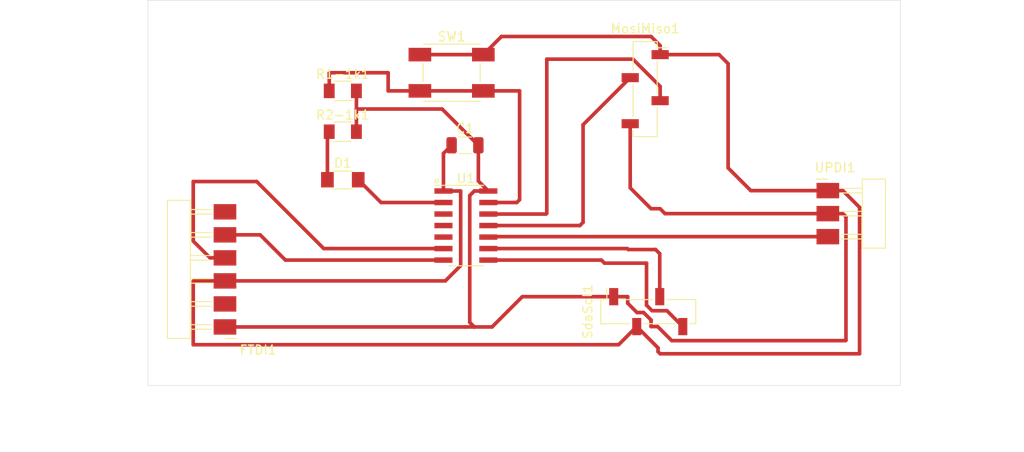
<source format=kicad_pcb>
(kicad_pcb (version 20240108) (generator "pcbnew") (generator_version "8.0")
  (layers (0 "F.Cu" signal) (31 "B.Cu" signal) (34 "B.Paste" user) (35 "F.Paste" user) (36 "B.SilkS" user "B.Silkscreen") (37 "F.SilkS" user "F.Silkscreen") (38 "B.Mask" user) (39 "F.Mask" user) (44 "Edge.Cuts" user))
  (net 0 "")
  (net 1 "VCC")
  (net 2 "GND")
  (net 3 "Net-(D1-K)")
  (net 4 "02")
  (net 5 "06 RX")
  (net 8 "07 TX")
  (net 9 "13")
  (net 10 "09scl")
  (net 11 "08sda")
  (net 12 "12miso")
  (net 13 "03")
  (net 14 "11mosi")
  (net 15 "05")
  (net 16 "04")
  (net 17 "10 updi")
  (footprint "fabp:PinHeader_01x06_P2.54mm_Horizontal_SMD" (layer "F.Cu") (at 155 135.54 180)
    (property "Reference" "FTDI1" (at -1.524 -2.54 0) (layer "F.SilkS") (effects (justify left)))
    (property "Value" "Conn_PinHeader_FTDI_1x06_P2.54mm_Horizontal_SMD(FTDI)")
    (fp_line (start 6.35 13.97) (end 3.81 13.97) (stroke (width 0.12)) (layer "F.SilkS"))
    (fp_line (start 6.35 -1.27) (end 6.35 13.97) (stroke (width 0.12)) (layer "F.SilkS"))
    (fp_line (start 3.81 13.97) (end 3.81 -1.27) (stroke (width 0.12)) (layer "F.SilkS"))
    (fp_line (start 3.81 12.954) (end 1.5 12.954) (stroke (width 0.12)) (layer "F.SilkS"))
    (fp_line (start 3.81 12.446) (end 1.5 12.446) (stroke (width 0.12)) (layer "F.SilkS"))
    (fp_line (start 3.81 10.414) (end 1.5 10.414) (stroke (width 0.12)) (layer "F.SilkS"))
    (fp_line (start 3.81 9.906) (end 1.5 9.906) (stroke (width 0.12)) (layer "F.SilkS"))
    (fp_line (start 3.81 7.874) (end 1.5 7.874) (stroke (width 0.12)) (layer "F.SilkS"))
    (fp_line (start 3.81 7.366) (end 1.5 7.366) (stroke (width 0.12)) (layer "F.SilkS"))
    (fp_line (start 3.81 5.334) (end 1.5 5.334) (stroke (width 0.12)) (layer "F.SilkS"))
    (fp_line (start 3.81 4.826) (end 1.5 4.826) (stroke (width 0.12)) (layer "F.SilkS"))
    (fp_line (start 3.81 2.794) (end 1.5 2.794) (stroke (width 0.12)) (layer "F.SilkS"))
    (fp_line (start 3.81 2.286) (end 1.5 2.286) (stroke (width 0.12)) (layer "F.SilkS"))
    (fp_line (start 3.81 0.254) (end 1.5 0.254) (stroke (width 0.12)) (layer "F.SilkS"))
    (fp_line (start 3.81 -0.254) (end 1.5 -0.254) (stroke (width 0.12)) (layer "F.SilkS"))
    (fp_line (start 3.81 -1.27) (end 6.35 -1.27) (stroke (width 0.12)) (layer "F.SilkS"))
    (fp_line (start -1.27 -1.27) (end 0 -1.27) (stroke (width 0.12)) (layer "F.SilkS"))
    (pad "1" smd rect (at 0 0 180) (size 2.5 1.7) (layers "F.Cu" "F.Paste" "F.Mask") (net 2 "GND"))
    (pad "2" smd rect (at 0 2.54 180) (size 2.5 1.7) (layers "F.Cu" "F.Paste" "F.Mask"))
    (pad "3" smd rect (at 0 5.08 180) (size 2.5 1.7) (layers "F.Cu" "F.Paste" "F.Mask") (net 1 "VCC"))
    (pad "4" smd rect (at 0 7.62 180) (size 2.5 1.7) (layers "F.Cu" "F.Paste" "F.Mask") (net 5 "06 RX"))
    (pad "5" smd rect (at 0 10.16 180) (size 2.5 1.7) (layers "F.Cu" "F.Paste" "F.Mask") (net 8 "07 TX"))
    (pad "6" smd rect (at 0 12.7 180) (size 2.5 1.7) (layers "F.Cu" "F.Paste" "F.Mask"))
  )
  (footprint "Connector_PinSocket_2.54mm:PinSocket_1x04_P2.54mm_Vertical_SMD_Pin1Right" (layer "F.Cu") (at 201.69 133.85 90)
    (property "Reference" "SdaScl1" (at 0 -6.68 90) (layer "F.SilkS"))
    (property "Value" "PinSocket_01x04_P2.54mm_Vertical_SMD")
    (fp_line (start 1.33 -5.24) (end 1.33 -4.57) (stroke (width 0.12)) (layer "F.SilkS"))
    (fp_line (start -1.33 -5.24) (end 1.33 -5.24) (stroke (width 0.12)) (layer "F.SilkS"))
    (fp_line (start -1.33 -5.24) (end -1.33 -2.03) (stroke (width 0.12)) (layer "F.SilkS"))
    (fp_line (start 1.33 -4.57) (end 2.54 -4.57) (stroke (width 0.12)) (layer "F.SilkS"))
    (fp_line (start 1.33 -3.05) (end 1.33 0.51) (stroke (width 0.12)) (layer "F.SilkS"))
    (fp_line (start -1.33 -0.51) (end -1.33 3.05) (stroke (width 0.12)) (layer "F.SilkS"))
    (fp_line (start 1.33 2.03) (end 1.33 5.24) (stroke (width 0.12)) (layer "F.SilkS"))
    (fp_line (start -1.33 4.57) (end -1.33 5.24) (stroke (width 0.12)) (layer "F.SilkS"))
    (fp_line (start -1.33 5.24) (end 1.33 5.24) (stroke (width 0.12)) (layer "F.SilkS"))
    (pad "1" smd rect (at 1.65 -3.81 90) (size 1.9 1) (layers "F.Cu" "F.Paste" "F.Mask") (net 2 "GND"))
    (pad "2" smd rect (at -1.65 -1.27 90) (size 1.9 1) (layers "F.Cu" "F.Paste" "F.Mask") (net 1 "VCC"))
    (pad "3" smd rect (at 1.65 1.27 90) (size 1.9 1) (layers "F.Cu" "F.Paste" "F.Mask") (net 10 "09scl"))
    (pad "4" smd rect (at -1.65 3.81 90) (size 1.9 1) (layers "F.Cu" "F.Paste" "F.Mask") (net 11 "08sda"))
  )
  (footprint "fabp:PinHeader_01x03_P2.54mm_Horizontal_SMD" (layer "F.Cu") (at 221.5 120.5)
    (property "Reference" "UPDI1" (at -1.524 -2.54 180) (layer "F.SilkS") (effects (justify left)))
    (property "Value" "PinHeader_01x03_P2.54mm_Horizontal_SMD(UPDI)")
    (fp_line (start -1.27 -1.27) (end 0 -1.27) (stroke (width 0.12)) (layer "F.SilkS"))
    (fp_line (start 3.81 -1.27) (end 6.35 -1.27) (stroke (width 0.12)) (layer "F.SilkS"))
    (fp_line (start 3.81 -0.254) (end 1.5 -0.254) (stroke (width 0.12)) (layer "F.SilkS"))
    (fp_line (start 3.81 0.254) (end 1.5 0.254) (stroke (width 0.12)) (layer "F.SilkS"))
    (fp_line (start 3.81 2.286) (end 1.5 2.286) (stroke (width 0.12)) (layer "F.SilkS"))
    (fp_line (start 3.81 2.794) (end 1.5 2.794) (stroke (width 0.12)) (layer "F.SilkS"))
    (fp_line (start 3.81 4.826) (end 1.5 4.826) (stroke (width 0.12)) (layer "F.SilkS"))
    (fp_line (start 3.81 5.334) (end 1.5 5.334) (stroke (width 0.12)) (layer "F.SilkS"))
    (fp_line (start 3.81 6.35) (end 3.81 -1.27) (stroke (width 0.12)) (layer "F.SilkS"))
    (fp_line (start 6.35 -1.27) (end 6.35 6.35) (stroke (width 0.12)) (layer "F.SilkS"))
    (fp_line (start 6.35 6.35) (end 3.81 6.35) (stroke (width 0.12)) (layer "F.SilkS"))
    (pad "1" smd rect (at 0 0) (size 2.5 1.7) (layers "F.Cu" "F.Paste" "F.Mask") (net 1 "VCC"))
    (pad "2" smd rect (at 0 2.54) (size 2.5 1.7) (layers "F.Cu" "F.Paste" "F.Mask") (net 2 "GND"))
    (pad "3" smd rect (at 0 5.08) (size 2.5 1.7) (layers "F.Cu" "F.Paste" "F.Mask") (net 17 "10 updi"))
  )
  (footprint "fabp:R_1206" (layer "F.Cu") (at 168 109.5)
    (property "Reference" "R1-1k1" (at 0 -1.85 0) (layer "F.SilkS"))
    (property "Value" "R_1206")
    (fp_line (start -1 -1.07) (end 1 -1.07) (stroke (width 0.12)) (layer "F.SilkS"))
    (fp_line (start 1 1.07) (end -1 1.07) (stroke (width 0.12)) (layer "F.SilkS"))
    (pad "1" smd rect (at -1.5 0) (size 1.2 1.6) (layers "F.Cu" "F.Paste" "F.Mask") (net 9 "13"))
    (pad "2" smd rect (at 1.5 0) (size 1.2 1.6) (layers "F.Cu" "F.Paste" "F.Mask") (net 2 "GND"))
  )
  (footprint "fabp:SOIC-14_3.9x8.7mm_P1.27mm" (layer "F.Cu") (at 181.575 124.355)
    (property "Reference" "U1" (at 0 -5.2 0) (layer "F.SilkS"))
    (property "Value" "Microcontroller_ATtiny1614-SSFR" (hide yes))
    (fp_line (start 0 -4.435) (end -3.45 -4.435) (stroke (width 0.12)) (layer "F.SilkS"))
    (fp_line (start 0 -4.435) (end 1.95 -4.435) (stroke (width 0.12)) (layer "F.SilkS"))
    (fp_line (start 0 4.435) (end -1.95 4.435) (stroke (width 0.12)) (layer "F.SilkS"))
    (fp_line (start 0 4.435) (end 1.95 4.435) (stroke (width 0.12)) (layer "F.SilkS"))
    (fp_circle (center -3.2 -4.9) (end -3.2 -4.7) (stroke (width 0.12)) (fill none) (layer "F.SilkS"))
    (pad "1" smd rect (at -2.475 -3.81) (size 2 0.6) (layers "F.Cu" "F.Paste" "F.Mask") (net 1 "VCC"))
    (pad "2" smd rect (at -2.475 -2.54) (size 2 0.6) (layers "F.Cu" "F.Paste" "F.Mask") (net 4 "02"))
    (pad "3" smd rect (at -2.475 -1.27) (size 2 0.6) (layers "F.Cu" "F.Paste" "F.Mask") (net 13 "03"))
    (pad "4" smd rect (at -2.475 0) (size 2 0.6) (layers "F.Cu" "F.Paste" "F.Mask") (net 16 "04"))
    (pad "5" smd rect (at -2.475 1.27) (size 2 0.6) (layers "F.Cu" "F.Paste" "F.Mask") (net 15 "05"))
    (pad "6" smd rect (at -2.475 2.54) (size 2 0.6) (layers "F.Cu" "F.Paste" "F.Mask") (net 5 "06 RX"))
    (pad "7" smd rect (at -2.475 3.81) (size 2 0.6) (layers "F.Cu" "F.Paste" "F.Mask") (net 8 "07 TX"))
    (pad "8" smd rect (at 2.475 3.81) (size 2 0.6) (layers "F.Cu" "F.Paste" "F.Mask") (net 11 "08sda"))
    (pad "9" smd rect (at 2.475 2.54) (size 2 0.6) (layers "F.Cu" "F.Paste" "F.Mask") (net 10 "09scl"))
    (pad "10" smd rect (at 2.475 1.27) (size 2 0.6) (layers "F.Cu" "F.Paste" "F.Mask") (net 17 "10 updi"))
    (pad "11" smd rect (at 2.475 0) (size 2 0.6) (layers "F.Cu" "F.Paste" "F.Mask") (net 14 "11mosi"))
    (pad "12" smd rect (at 2.475 -1.27) (size 2 0.6) (layers "F.Cu" "F.Paste" "F.Mask") (net 12 "12miso"))
    (pad "13" smd rect (at 2.475 -2.54) (size 2 0.6) (layers "F.Cu" "F.Paste" "F.Mask") (net 9 "13"))
    (pad "14" smd rect (at 2.475 -3.81) (size 2 0.6) (layers "F.Cu" "F.Paste" "F.Mask") (net 2 "GND"))
  )
  (footprint "Capacitor_SMD:C_1206_3216Metric" (layer "F.Cu") (at 181.475 115.5)
    (property "Reference" "C1" (at 0 -1.85 0) (layer "F.SilkS"))
    (property "Value" "C_1206")
    (fp_line (start -0.711252 -0.91) (end 0.711252 -0.91) (stroke (width 0.12)) (layer "F.SilkS"))
    (fp_line (start -0.711252 0.91) (end 0.711252 0.91) (stroke (width 0.12)) (layer "F.SilkS"))
    (pad "1" smd roundrect (at -1.475 0) (size 1.15 1.8) (layers "F.Cu" "F.Paste" "F.Mask") (roundrect_rratio 0.217391) (net 1 "VCC"))
    (pad "2" smd roundrect (at 1.475 0) (size 1.15 1.8) (layers "F.Cu" "F.Paste" "F.Mask") (roundrect_rratio 0.217391) (net 2 "GND"))
  )
  (footprint "fabp:R_1206" (layer "F.Cu") (at 168 114)
    (property "Reference" "R2-1k1" (at 0 -1.85 0) (layer "F.SilkS"))
    (property "Value" "R_1206")
    (fp_line (start -1 -1.07) (end 1 -1.07) (stroke (width 0.12)) (layer "F.SilkS"))
    (fp_line (start 1 1.07) (end -1 1.07) (stroke (width 0.12)) (layer "F.SilkS"))
    (pad "1" smd rect (at -1.5 0) (size 1.2 1.6) (layers "F.Cu" "F.Paste" "F.Mask") (net 3 "Net-(D1-K)"))
    (pad "2" smd rect (at 1.5 0) (size 1.2 1.6) (layers "F.Cu" "F.Paste" "F.Mask") (net 2 "GND"))
  )
  (footprint "fabp:Button_Omron_B3SN_6.0x6.0mm" (layer "F.Cu") (at 180 107.5)
    (property "Reference" "SW1" (at 0 -4 0) (layer "F.SilkS"))
    (property "Value" "Switch_Tactile_Omron")
    (fp_line (start -3.15 -3.15) (end 3.15 -3.15) (stroke (width 0.12)) (layer "F.SilkS"))
    (fp_line (start -3.15 1) (end -3.15 -1) (stroke (width 0.12)) (layer "F.SilkS"))
    (fp_line (start 3.15 -1) (end 3.15 1) (stroke (width 0.12)) (layer "F.SilkS"))
    (fp_line (start 3.15 3.15) (end -3.15 3.15) (stroke (width 0.12)) (layer "F.SilkS"))
    (pad "1" smd rect (at -3.5 -2) (size 2.5 1.5) (layers "F.Cu" "F.Paste" "F.Mask") (net 1 "VCC"))
    (pad "1" smd rect (at 3.5 -2) (size 2.5 1.5) (layers "F.Cu" "F.Paste" "F.Mask") (net 1 "VCC"))
    (pad "2" smd rect (at -3.5 2) (size 2.5 1.5) (layers "F.Cu" "F.Paste" "F.Mask") (net 9 "13"))
    (pad "2" smd rect (at 3.5 2) (size 2.5 1.5) (layers "F.Cu" "F.Paste" "F.Mask") (net 9 "13"))
  )
  (footprint "Connector_PinSocket_2.54mm:PinSocket_1x04_P2.54mm_Vertical_SMD_Pin1Right" (layer "F.Cu") (at 201.35 109.31)
    (property "Reference" "MosiMiso1" (at 0 -6.68 0) (layer "F.SilkS"))
    (property "Value" "PinSocket_01x04_P2.54mm_Vertical_SMD" (hide yes))
    (fp_line (start -1.33 -5.24) (end -1.33 -2.03) (stroke (width 0.12)) (layer "F.SilkS"))
    (fp_line (start -1.33 -5.24) (end 1.33 -5.24) (stroke (width 0.12)) (layer "F.SilkS"))
    (fp_line (start -1.33 -0.51) (end -1.33 3.05) (stroke (width 0.12)) (layer "F.SilkS"))
    (fp_line (start -1.33 4.57) (end -1.33 5.24) (stroke (width 0.12)) (layer "F.SilkS"))
    (fp_line (start -1.33 5.24) (end 1.33 5.24) (stroke (width 0.12)) (layer "F.SilkS"))
    (fp_line (start 1.33 -5.24) (end 1.33 -4.57) (stroke (width 0.12)) (layer "F.SilkS"))
    (fp_line (start 1.33 -4.57) (end 2.54 -4.57) (stroke (width 0.12)) (layer "F.SilkS"))
    (fp_line (start 1.33 -3.05) (end 1.33 0.51) (stroke (width 0.12)) (layer "F.SilkS"))
    (fp_line (start 1.33 2.03) (end 1.33 5.24) (stroke (width 0.12)) (layer "F.SilkS"))
    (pad "1" smd rect (at 1.65 -3.81) (size 1.9 1) (layers "F.Cu" "F.Paste" "F.Mask") (net 1 "VCC"))
    (pad "2" smd rect (at -1.65 -1.27) (size 1.9 1) (layers "F.Cu" "F.Paste" "F.Mask") (net 14 "11mosi"))
    (pad "3" smd rect (at 1.65 1.27) (size 1.9 1) (layers "F.Cu" "F.Paste" "F.Mask") (net 12 "12miso"))
    (pad "4" smd rect (at -1.65 3.81) (size 1.9 1) (layers "F.Cu" "F.Paste" "F.Mask") (net 2 "GND"))
  )
  (footprint "fabp:LED_1206" (layer "F.Cu") (at 168 119.3)
    (property "Reference" "D1" (at 0 -1.85 0) (layer "F.SilkS"))
    (property "Value" "LED_1206")
    (fp_line (start -1.1 -0.95) (end 1.1 -0.95) (stroke (width 0.12)) (layer "F.SilkS"))
    (fp_line (start -1.1 1) (end 1.1 1) (stroke (width 0.12)) (layer "F.SilkS"))
    (pad "1" smd rect (at -1.7 0) (size 1.4 1.7) (layers "F.Cu" "F.Paste" "F.Mask") (net 3 "Net-(D1-K)"))
    (pad "2" smd rect (at 1.7 0) (size 1.4 1.7) (layers "F.Cu" "F.Paste" "F.Mask") (net 4 "02"))
  )
  (gr_line (start 229.5 99.5) (end 146.5 99.5) (stroke (width 0.05)) (layer "Edge.Cuts"))
  (gr_line (start 229.5 142) (end 229.5 99.5) (stroke (width 0.05)) (layer "Edge.Cuts"))
  (gr_line (start 146.5 142) (end 229.5 142) (stroke (width 0.05)) (layer "Edge.Cuts"))
  (gr_line (start 146.5 99.5) (end 146.5 142) (stroke (width 0.05)) (layer "Edge.Cuts"))
  (segment (start 203 104.5) (end 203 105.5) (width 0.4) (layer "F.Cu") (net 1))
  (segment (start 225 138.5) (end 225 122.35) (width 0.4) (layer "F.Cu") (net 1))
  (segment (start 213 120.5) (end 221.5 120.5) (width 0.4) (layer "F.Cu") (net 1))
  (segment (start 179.1 116.4) (end 180 115.5) (width 0.4) (layer "F.Cu") (net 1))
  (segment (start 225 122.35) (end 223.15 120.5) (width 0.4) (layer "F.Cu") (net 1))
  (segment (start 181 120.545) (end 181 128.765) (width 0.4) (layer "F.Cu") (net 1))
  (segment (start 202.77 138.27) (end 203 138.5) (width 0.4) (layer "F.Cu") (net 1))
  (segment (start 151.5 130.5) (end 151.5 137.5) (width 0.4) (layer "F.Cu") (net 1))
  (segment (start 183.5 105.5) (end 176.5 105.5) (width 0.4) (layer "F.Cu") (net 1))
  (segment (start 202 103.5) (end 203 104.5) (width 0.4) (layer "F.Cu") (net 1))
  (segment (start 179.1 120.545) (end 181 120.545) (width 0.4) (layer "F.Cu") (net 1))
  (segment (start 181 128.765) (end 179.305 130.46) (width 0.4) (layer "F.Cu") (net 1))
  (segment (start 203 105.5) (end 209.5 105.5) (width 0.4) (layer "F.Cu") (net 1))
  (segment (start 223.15 120.5) (end 221.5 120.5) (width 0.4) (layer "F.Cu") (net 1))
  (segment (start 151.54 130.46) (end 151.5 130.5) (width 0.4) (layer "F.Cu") (net 1))
  (segment (start 179.305 130.46) (end 155 130.46) (width 0.4) (layer "F.Cu") (net 1))
  (segment (start 151.5 137.5) (end 198.42 137.5) (width 0.4) (layer "F.Cu") (net 1))
  (segment (start 210.5 106.5) (end 210.5 118) (width 0.4) (layer "F.Cu") (net 1))
  (segment (start 210.5 118) (end 213 120.5) (width 0.4) (layer "F.Cu") (net 1))
  (segment (start 203 138.5) (end 225 138.5) (width 0.4) (layer "F.Cu") (net 1))
  (segment (start 198.42 137.5) (end 200.42 135.5) (width 0.4) (layer "F.Cu") (net 1))
  (segment (start 183.5 105.5) (end 185.5 103.5) (width 0.4) (layer "F.Cu") (net 1))
  (segment (start 185.5 103.5) (end 202 103.5) (width 0.4) (layer "F.Cu") (net 1))
  (segment (start 155 130.46) (end 151.54 130.46) (width 0.4) (layer "F.Cu") (net 1))
  (segment (start 209.5 105.5) (end 210.5 106.5) (width 0.4) (layer "F.Cu") (net 1))
  (segment (start 202.77 137.85) (end 202.77 138.27) (width 0.4) (layer "F.Cu") (net 1))
  (segment (start 200.42 135.5) (end 202.77 137.85) (width 0.4) (layer "F.Cu") (net 1))
  (segment (start 179.1 120.545) (end 179.1 116.4) (width 0.4) (layer "F.Cu") (net 1))
  (segment (start 182.95 115.5) (end 182.95 119.445) (width 0.4) (layer "F.Cu") (net 2))
  (segment (start 203.54 123.04) (end 221.5 123.04) (width 0.4) (layer "F.Cu") (net 2))
  (segment (start 197.88 132.2) (end 199.42863 132.2) (width 0.4) (layer "F.Cu") (net 2))
  (segment (start 202 134.771369) (end 202 135.5) (width 0.4) (layer "F.Cu") (net 2))
  (segment (start 199.42863 132.92863) (end 200.45 133.95) (width 0.4) (layer "F.Cu") (net 2))
  (segment (start 184.05 120.545) (end 182.5 120.545) (width 0.4) (layer "F.Cu") (net 2))
  (segment (start 178.95 111.5) (end 169.5 111.5) (width 0.4) (layer "F.Cu") (net 2))
  (segment (start 155 135.54) (end 181.5 135.54) (width 0.4) (layer "F.Cu") (net 2))
  (segment (start 199.42863 132.2) (end 199.42863 132.92863) (width 0.4) (layer "F.Cu") (net 2))
  (segment (start 223.5 123.39) (end 223.15 123.04) (width 0.4) (layer "F.Cu") (net 2))
  (segment (start 187.8 132.2) (end 197.88 132.2) (width 0.4) (layer "F.Cu") (net 2))
  (segment (start 200.45 133.95) (end 201.178631 133.95) (width 0.4) (layer "F.Cu") (net 2))
  (segment (start 202 135.5) (end 202.72863 135.5) (width 0.4) (layer "F.Cu") (net 2))
  (segment (start 223.15 123.04) (end 221.5 123.04) (width 0.4) (layer "F.Cu") (net 2))
  (segment (start 182 121.045) (end 182 135.04) (width 0.4) (layer "F.Cu") (net 2))
  (segment (start 182.5 135.54) (end 184.46 135.54) (width 0.4) (layer "F.Cu") (net 2))
  (segment (start 223.5 137) (end 223.5 123.39) (width 0.4) (layer "F.Cu") (net 2))
  (segment (start 199.7 120.2) (end 202 122.5) (width 0.4) (layer "F.Cu") (net 2))
  (segment (start 204.27863 137.05) (end 223.45 137.05) (width 0.4) (layer "F.Cu") (net 2))
  (segment (start 169.5 114) (end 169.5 111.5) (width 0.4) (layer "F.Cu") (net 2))
  (segment (start 223.45 137.05) (end 223.5 137) (width 0.4) (layer "F.Cu") (net 2))
  (segment (start 203 122.5) (end 203.54 123.04) (width 0.4) (layer "F.Cu") (net 2))
  (segment (start 169.5 111.5) (end 169.5 109.5) (width 0.4) (layer "F.Cu") (net 2))
  (segment (start 182 135.04) (end 182.5 135.54) (width 0.4) (layer "F.Cu") (net 2))
  (segment (start 201.178631 133.95) (end 202 134.771369) (width 0.4) (layer "F.Cu") (net 2))
  (segment (start 182.95 115.5) (end 178.95 111.5) (width 0.4) (layer "F.Cu") (net 2))
  (segment (start 199.7 113.12) (end 199.7 120.2) (width 0.4) (layer "F.Cu") (net 2))
  (segment (start 181.5 135.54) (end 182.5 135.54) (width 0.4) (layer "F.Cu") (net 2))
  (segment (start 182.5 120.545) (end 182 121.045) (width 0.4) (layer "F.Cu") (net 2))
  (segment (start 184.46 135.54) (end 187.8 132.2) (width 0.4) (layer "F.Cu") (net 2))
  (segment (start 202.72863 135.5) (end 204.27863 137.05) (width 0.4) (layer "F.Cu") (net 2))
  (segment (start 202 122.5) (end 203 122.5) (width 0.4) (layer "F.Cu") (net 2))
  (segment (start 182.95 119.445) (end 184.05 120.545) (width 0.4) (layer "F.Cu") (net 2))
  (segment (start 166.3 119.3) (end 166.3 114.2) (width 0.4) (layer "F.Cu") (net 3))
  (segment (start 166.3 114.2) (end 166.5 114) (width 0.4) (layer "F.Cu") (net 3))
  (segment (start 172.215 121.815) (end 169.7 119.3) (width 0.4) (layer "F.Cu") (net 4))
  (segment (start 179.1 121.815) (end 172.215 121.815) (width 0.4) (layer "F.Cu") (net 4))
  (segment (start 151.5 119.5) (end 151.5 126.07) (width 0.4) (layer "F.Cu") (net 5))
  (segment (start 165.895 126.895) (end 158.5 119.5) (width 0.4) (layer "F.Cu") (net 5))
  (segment (start 153.35 127.92) (end 155 127.92) (width 0.4) (layer "F.Cu") (net 5))
  (segment (start 151.5 126.07) (end 153.35 127.92) (width 0.4) (layer "F.Cu") (net 5))
  (segment (start 179.1 126.895) (end 165.895 126.895) (width 0.4) (layer "F.Cu") (net 5))
  (segment (start 158.5 119.5) (end 151.5 119.5) (width 0.4) (layer "F.Cu") (net 5))
  (segment (start 179.1 128.165) (end 161.665 128.165) (width 0.4) (layer "F.Cu") (net 8))
  (segment (start 161.665 128.165) (end 158.88 125.38) (width 0.4) (layer "F.Cu") (net 8))
  (segment (start 158.88 125.38) (end 155 125.38) (width 0.4) (layer "F.Cu") (net 8))
  (segment (start 176.5 109.5) (end 183.5 109.5) (width 0.4) (layer "F.Cu") (net 9))
  (segment (start 183.5 109.5) (end 187.5 109.5) (width 0.4) (layer "F.Cu") (net 9))
  (segment (start 187.5 121.5) (end 187.185 121.815) (width 0.4) (layer "F.Cu") (net 9))
  (segment (start 187.5 109.5) (end 187.5 121.5) (width 0.4) (layer "F.Cu") (net 9))
  (segment (start 187.185 121.815) (end 184.05 121.815) (width 0.4) (layer "F.Cu") (net 9))
  (segment (start 173 107.5) (end 173 109.5) (width 0.4) (layer "F.Cu") (net 9))
  (segment (start 173 109.5) (end 176.5 109.5) (width 0.4) (layer "F.Cu") (net 9))
  (segment (start 166.5 109.5) (end 166.5 107.5) (width 0.4) (layer "F.Cu") (net 9))
  (segment (start 166.5 107.5) (end 173 107.5) (width 0.4) (layer "F.Cu") (net 9))
  (segment (start 184.05 126.895) (end 199.384949 126.895) (width 0.4) (layer "F.Cu") (net 10))
  (segment (start 202.96 127.46) (end 202.96 132.2) (width 0.4) (layer "F.Cu") (net 10))
  (segment (start 199.384949 126.895) (end 199.489949 127) (width 0.4) (layer "F.Cu") (net 10))
  (segment (start 199.489949 127) (end 202.5 127) (width 0.4) (layer "F.Cu") (net 10))
  (segment (start 202.5 127) (end 202.96 127.46) (width 0.4) (layer "F.Cu") (net 10))
  (segment (start 196.860001 128.5) (end 196.525001 128.165) (width 0.4) (layer "F.Cu") (net 11))
  (segment (start 201.5 133.139999) (end 201.5 128.5) (width 0.4) (layer "F.Cu") (net 11))
  (segment (start 203.75 133.75) (end 202.110001 133.75) (width 0.4) (layer "F.Cu") (net 11))
  (segment (start 201.5 128.5) (end 196.860001 128.5) (width 0.4) (layer "F.Cu") (net 11))
  (segment (start 196.525001 128.165) (end 184.05 128.165) (width 0.4) (layer "F.Cu") (net 11))
  (segment (start 202.110001 133.75) (end 201.5 133.139999) (width 0.4) (layer "F.Cu") (net 11))
  (segment (start 205.5 135.5) (end 203.75 133.75) (width 0.4) (layer "F.Cu") (net 11))
  (segment (start 200 106) (end 190.5 106) (width 0.4) (layer "F.Cu") (net 12))
  (segment (start 203 110.58) (end 203 109) (width 0.4) (layer "F.Cu") (net 12))
  (segment (start 190.415 123.085) (end 184.05 123.085) (width 0.4) (layer "F.Cu") (net 12))
  (segment (start 203 109) (end 200 106) (width 0.4) (layer "F.Cu") (net 12))
  (segment (start 190.5 106) (end 190.5 123) (width 0.4) (layer "F.Cu") (net 12))
  (segment (start 190.5 123) (end 190.415 123.085) (width 0.4) (layer "F.Cu") (net 12))
  (segment (start 194.145 124.355) (end 194.5 124) (width 0.4) (layer "F.Cu") (net 14))
  (segment (start 194.5 124) (end 194.5 113.24) (width 0.4) (layer "F.Cu") (net 14))
  (segment (start 194.5 113.24) (end 199.7 108.04) (width 0.4) (layer "F.Cu") (net 14))
  (segment (start 184.05 124.355) (end 194.145 124.355) (width 0.4) (layer "F.Cu") (net 14))
  (segment (start 221.5 125.58) (end 184.095 125.58) (width 0.4) (layer "F.Cu") (net 17))
  (segment (start 184.095 125.58) (end 184.05 125.625) (width 0.4) (layer "F.Cu") (net 17))
)
</source>
